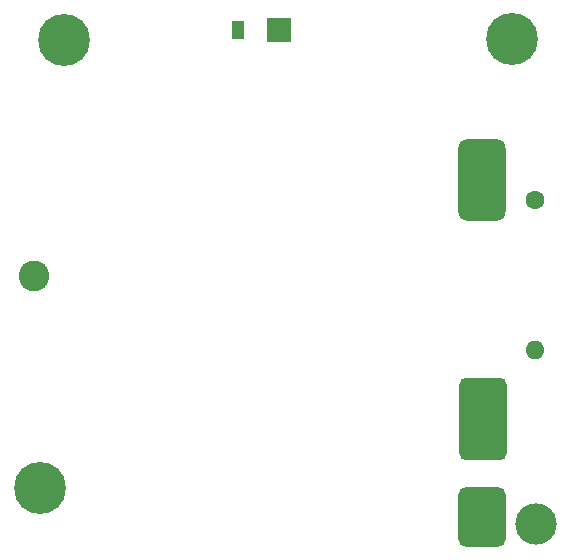
<source format=gbs>
%TF.GenerationSoftware,KiCad,Pcbnew,7.0.10-7.0.10~ubuntu22.04.1*%
%TF.CreationDate,2024-06-11T12:31:41+02:00*%
%TF.ProjectId,PQ_Lat_Board,50515f4c-6174-45f4-926f-6172642e6b69,rev?*%
%TF.SameCoordinates,Original*%
%TF.FileFunction,Soldermask,Bot*%
%TF.FilePolarity,Negative*%
%FSLAX46Y46*%
G04 Gerber Fmt 4.6, Leading zero omitted, Abs format (unit mm)*
G04 Created by KiCad (PCBNEW 7.0.10-7.0.10~ubuntu22.04.1) date 2024-06-11 12:31:41*
%MOMM*%
%LPD*%
G01*
G04 APERTURE LIST*
G04 Aperture macros list*
%AMRoundRect*
0 Rectangle with rounded corners*
0 $1 Rounding radius*
0 $2 $3 $4 $5 $6 $7 $8 $9 X,Y pos of 4 corners*
0 Add a 4 corners polygon primitive as box body*
4,1,4,$2,$3,$4,$5,$6,$7,$8,$9,$2,$3,0*
0 Add four circle primitives for the rounded corners*
1,1,$1+$1,$2,$3*
1,1,$1+$1,$4,$5*
1,1,$1+$1,$6,$7*
1,1,$1+$1,$8,$9*
0 Add four rect primitives between the rounded corners*
20,1,$1+$1,$2,$3,$4,$5,0*
20,1,$1+$1,$4,$5,$6,$7,0*
20,1,$1+$1,$6,$7,$8,$9,0*
20,1,$1+$1,$8,$9,$2,$3,0*%
G04 Aperture macros list end*
%ADD10C,4.400000*%
%ADD11C,3.500000*%
%ADD12C,2.600000*%
%ADD13RoundRect,0.571429X1.428571X-2.928571X1.428571X2.928571X-1.428571X2.928571X-1.428571X-2.928571X0*%
%ADD14RoundRect,0.800000X1.200000X-2.700000X1.200000X2.700000X-1.200000X2.700000X-1.200000X-2.700000X0*%
%ADD15RoundRect,0.571429X1.428571X-1.928571X1.428571X1.928571X-1.428571X1.928571X-1.428571X-1.928571X0*%
%ADD16R,1.000000X1.500000*%
%ADD17R,2.000000X2.000000*%
%ADD18C,1.600000*%
%ADD19O,1.600000X1.600000*%
G04 APERTURE END LIST*
D10*
%TO.C,H1*%
X81050000Y-46050000D03*
%TD*%
D11*
%TO.C,H3*%
X121000000Y-87000000D03*
%TD*%
D10*
%TO.C,H4*%
X79000000Y-84000000D03*
%TD*%
%TO.C,H2*%
X119000000Y-46000000D03*
%TD*%
D12*
%TO.C,H5*%
X78505200Y-66022400D03*
%TD*%
D13*
%TO.C,SC1*%
X116503600Y-78124000D03*
D14*
X116450000Y-57905600D03*
D15*
X116500800Y-86455200D03*
%TD*%
D16*
%TO.C,D1*%
X95771300Y-45221000D03*
D17*
X99256800Y-45221000D03*
%TD*%
D18*
%TO.C,THT1*%
X120974000Y-59647000D03*
D19*
X120974000Y-72347000D03*
%TD*%
M02*

</source>
